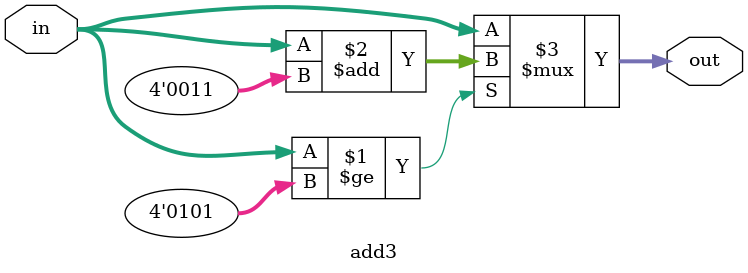
<source format=v>
module add3(
input [3:0] in,
output [3:0] out
);

assign out=
(in>=4'b0101)?in+4'b0011:in;


endmodule
</source>
